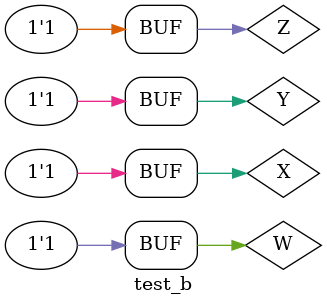
<source format=v>
`timescale 1ns / 1ps


module test_b;
wire OUT;
reg W,X,Y,Z;

b_1 U0(.out(OUT),.w(W),.x(X),.y(Y),.z(Z));
b_2 U1(.out(OUT),.w(W),.x(X),.y(Y),.z(Z));

initial
begin
    W=0; X=0; Y=0; Z=0;
    #10 W=0; X=0; Y=0; Z=1;
    #10 W=0; X=0; Y=1; Z=0;
    #10 W=0; X=0; Y=1; Z=1;
    #10 W=0; X=1; Y=0; Z=0;
    #10 W=0; X=1; Y=0; Z=1;
    #10 W=0; X=1; Y=1; Z=0;
    #10 W=0; X=1; Y=1; Z=1;
    #10 W=1; X=0; Y=0; Z=0;
    #10 W=1; X=0; Y=0; Z=1;
    #10 W=1; X=0; Y=1; Z=0;
    #10 W=1; X=0; Y=1; Z=1;
    #10 W=1; X=1; Y=0; Z=0;
    #10 W=1; X=1; Y=0; Z=1;
    #10 W=1; X=1; Y=1; Z=0;
    #10 W=1; X=1; Y=1; Z=1;
end

endmodule

</source>
